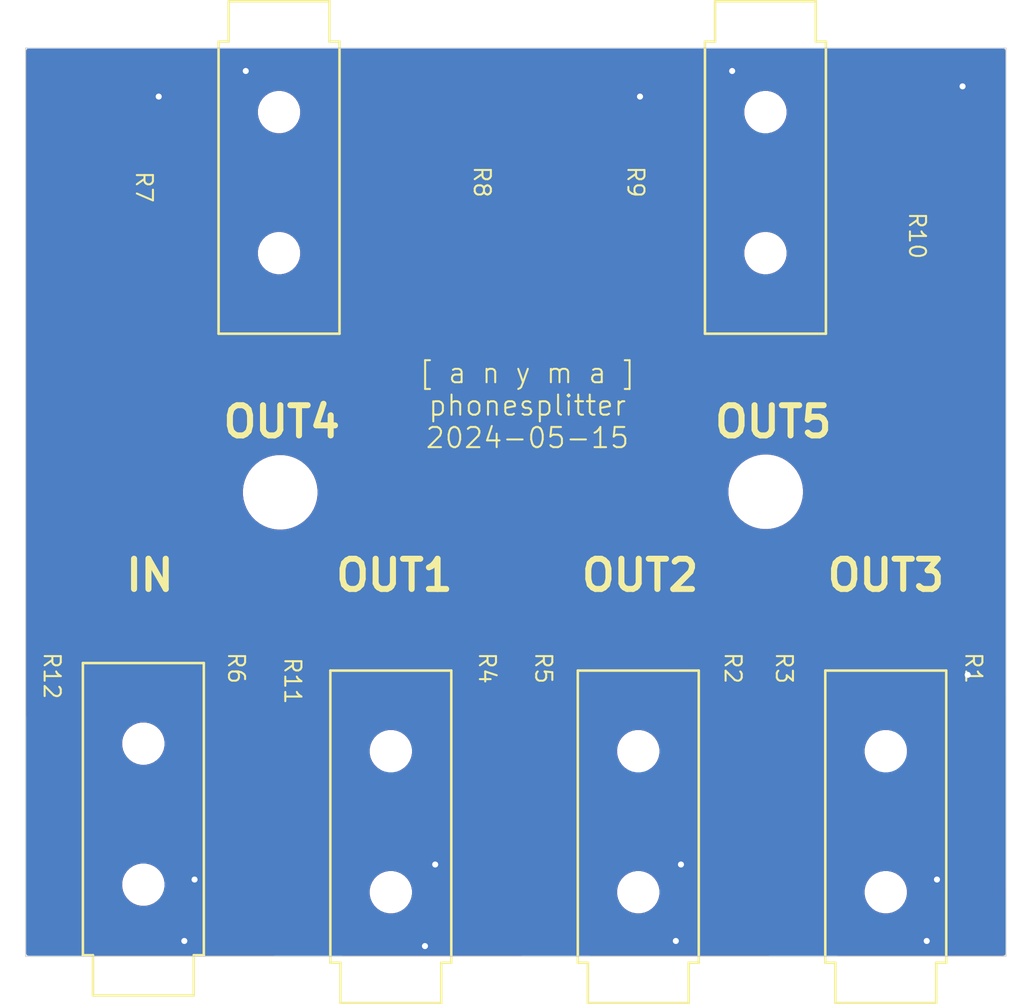
<source format=kicad_pcb>
(kicad_pcb (version 20240108) (generator "pcbnew") (generator_version "8.0")
  (layers (0 "F.Cu" signal) (31 "B.Cu" signal) (34 "B.Paste" user) (35 "F.Paste" user) (36 "B.SilkS" user "B.Silkscreen") (37 "F.SilkS" user "F.Silkscreen") (38 "B.Mask" user) (39 "F.Mask" user) (44 "Edge.Cuts" user))
  (net 0 "")
  (net 1 "N$1")
  (net 2 "GND")
  (net 3 "N$2")
  (net 4 "N$3")
  (net 5 "N$4")
  (net 6 "N$5")
  (net 7 "N$6")
  (net 8 "N$7")
  (net 9 "N$8")
  (net 10 "N$9")
  (net 11 "N$10")
  (net 12 "N$11")
  (net 13 "N$12")
  (net 14 "N$13")
  (net 15 "N$14")
  (footprint "5port-headphone-belkin-clone-schnittplatz17:502-35RASMT4BHNTRX" (layer "F.Cu") (at 106.6011 63.5636 -90)
    (property "Reference" "U$4" (hide yes))
    (property "Value" "MINIJACK-SMD" (hide yes))
    (fp_line (start 0 0) (end 14.5 0) (stroke (width 0.127)) (layer "F.SilkS"))
    (fp_line (start 14.5 0) (end 14.5 -6) (stroke (width 0.127)) (layer "F.SilkS"))
    (fp_line (start -2 -0.5) (end 0 -0.5) (stroke (width 0.127)) (layer "F.SilkS"))
    (fp_line (start 0 -0.5) (end 0 0) (stroke (width 0.127)) (layer "F.SilkS"))
    (fp_line (start -2 -5.5) (end -2 -0.5) (stroke (width 0.127)) (layer "F.SilkS"))
    (fp_line (start 0 -5.5) (end -2 -5.5) (stroke (width 0.127)) (layer "F.SilkS"))
    (fp_line (start 0 -6) (end 0 -5.5) (stroke (width 0.127)) (layer "F.SilkS"))
    (fp_line (start 14.5 -6) (end 0 -6) (stroke (width 0.127)) (layer "F.SilkS"))
    (pad "" np_thru_hole circle (at 3.5 -3 270) (size 1.6 1.6) (drill 1.6) (layers "*.Cu" "*.Mask"))
    (pad "" np_thru_hole circle (at 10.5 -3 270) (size 1.6 1.6) (drill 1.6) (layers "*.Cu" "*.Mask"))
    (pad "P1" smd rect (at 2.4 1.1 270) (size 2.2 2.2) (layers "F.Cu" "F.Paste" "F.Mask") (net 2 "GND"))
    (pad "P2" smd rect (at 4.3 -7.1 270) (size 2.2 2.2) (layers "F.Cu" "F.Paste" "F.Mask") (net 9 "N$8"))
    (pad "P3" smd rect (at 11.7 1.1 270) (size 2.7 2.2) (layers "F.Cu" "F.Paste" "F.Mask") (net 8 "N$7"))
    (pad "P4" smd rect (at 1.6 -7.1 270) (size 2.2 2.2) (layers "F.Cu" "F.Paste" "F.Mask"))
    (pad "P5" smd rect (at 15.85 -3.75 270) (size 2.7 2.7) (layers "F.Cu" "F.Paste" "F.Mask"))
  )
  (footprint "5port-headphone-belkin-clone-schnittplatz17:502-35RASMT4BHNTRX" (layer "F.Cu") (at 130.7311 63.5636 -90)
    (property "Reference" "U$5" (hide yes))
    (property "Value" "MINIJACK-SMD" (hide yes))
    (fp_line (start 0 0) (end 14.5 0) (stroke (width 0.127)) (layer "F.SilkS"))
    (fp_line (start 14.5 0) (end 14.5 -6) (stroke (width 0.127)) (layer "F.SilkS"))
    (fp_line (start -2 -0.5) (end 0 -0.5) (stroke (width 0.127)) (layer "F.SilkS"))
    (fp_line (start 0 -0.5) (end 0 0) (stroke (width 0.127)) (layer "F.SilkS"))
    (fp_line (start -2 -5.5) (end -2 -0.5) (stroke (width 0.127)) (layer "F.SilkS"))
    (fp_line (start 0 -5.5) (end -2 -5.5) (stroke (width 0.127)) (layer "F.SilkS"))
    (fp_line (start 0 -6) (end 0 -5.5) (stroke (width 0.127)) (layer "F.SilkS"))
    (fp_line (start 14.5 -6) (end 0 -6) (stroke (width 0.127)) (layer "F.SilkS"))
    (pad "" np_thru_hole circle (at 3.5 -3 270) (size 1.6 1.6) (drill 1.6) (layers "*.Cu" "*.Mask"))
    (pad "" np_thru_hole circle (at 10.5 -3 270) (size 1.6 1.6) (drill 1.6) (layers "*.Cu" "*.Mask"))
    (pad "P1" smd rect (at 2.4 1.1 270) (size 2.2 2.2) (layers "F.Cu" "F.Paste" "F.Mask") (net 2 "GND"))
    (pad "P2" smd rect (at 4.3 -7.1 270) (size 2.2 2.2) (layers "F.Cu" "F.Paste" "F.Mask") (net 11 "N$10"))
    (pad "P3" smd rect (at 11.7 1.1 270) (size 2.7 2.2) (layers "F.Cu" "F.Paste" "F.Mask") (net 10 "N$9"))
    (pad "P4" smd rect (at 1.6 -7.1 270) (size 2.2 2.2) (layers "F.Cu" "F.Paste" "F.Mask"))
    (pad "P5" smd rect (at 15.85 -3.75 270) (size 2.7 2.7) (layers "F.Cu" "F.Paste" "F.Mask"))
  )
  (footprint "5port-headphone-belkin-clone-schnittplatz17:502-35RASMT4BHNTRX" (layer "F.Cu") (at 105.87 108.91 90)
    (property "Reference" "IN0" (hide yes))
    (property "Value" "MINIJACK-SMD" (hide yes))
    (fp_line (start 14.5 -6) (end 0 -6) (stroke (width 0.127)) (layer "F.SilkS"))
    (fp_line (start 0 -6) (end 0 -5.5) (stroke (width 0.127)) (layer "F.SilkS"))
    (fp_line (start 0 -5.5) (end -2 -5.5) (stroke (width 0.127)) (layer "F.SilkS"))
    (fp_line (start -2 -5.5) (end -2 -0.5) (stroke (width 0.127)) (layer "F.SilkS"))
    (fp_line (start 0 -0.5) (end 0 0) (stroke (width 0.127)) (layer "F.SilkS"))
    (fp_line (start -2 -0.5) (end 0 -0.5) (stroke (width 0.127)) (layer "F.SilkS"))
    (fp_line (start 14.5 0) (end 14.5 -6) (stroke (width 0.127)) (layer "F.SilkS"))
    (fp_line (start 0 0) (end 14.5 0) (stroke (width 0.127)) (layer "F.SilkS"))
    (pad "" np_thru_hole circle (at 3.5 -3 90) (size 1.6 1.6) (drill 1.6) (layers "*.Cu" "*.Mask"))
    (pad "" np_thru_hole circle (at 10.5 -3 90) (size 1.6 1.6) (drill 1.6) (layers "*.Cu" "*.Mask"))
    (pad "P1" smd rect (at 2.4 1.1 90) (size 2.2 2.2) (layers "F.Cu" "F.Paste" "F.Mask") (net 2 "GND"))
    (pad "P2" smd rect (at 4.3 -7.1 90) (size 2.2 2.2) (layers "F.Cu" "F.Paste" "F.Mask") (net 13 "N$12"))
    (pad "P3" smd rect (at 11.7 1.1 90) (size 2.7 2.2) (layers "F.Cu" "F.Paste" "F.Mask") (net 12 "N$11"))
    (pad "P4" smd rect (at 1.6 -7.1 90) (size 2.2 2.2) (layers "F.Cu" "F.Paste" "F.Mask"))
    (pad "P5" smd rect (at 15.85 -3.75 90) (size 2.7 2.7) (layers "F.Cu" "F.Paste" "F.Mask"))
  )
  (footprint "5port-headphone-belkin-clone-schnittplatz17:R1206" (layer "F.Cu") (at 122.682 100.686 -90)
    (property "Reference" "R5" (at -5.182 -0.508 -90) (layer "F.SilkS") (effects (font (size 0.8 0.8) (thickness 0.1016)) (justify right top)))
    (property "Value" "16")
    (pad "1" smd rect (at -1.422 0 270) (size 1.6 1.803) (layers "F.Cu" "F.Paste" "F.Mask") (net 6 "N$5"))
    (pad "2" smd rect (at 1.422 0 270) (size 1.6 1.803) (layers "F.Cu" "F.Paste" "F.Mask") (net 14 "N$13"))
  )
  (footprint "5port-headphone-belkin-clone-schnittplatz17:502-35RASMT4BHNTRX" (layer "F.Cu") (at 142.7 109.2836 90)
    (property "Reference" "U$1" (hide yes))
    (property "Value" "MINIJACK-SMD" (hide yes))
    (fp_line (start 14.5 -6) (end 0 -6) (stroke (width 0.127)) (layer "F.SilkS"))
    (fp_line (start 0 -6) (end 0 -5.5) (stroke (width 0.127)) (layer "F.SilkS"))
    (fp_line (start 0 -5.5) (end -2 -5.5) (stroke (width 0.127)) (layer "F.SilkS"))
    (fp_line (start -2 -5.5) (end -2 -0.5) (stroke (width 0.127)) (layer "F.SilkS"))
    (fp_line (start 0 -0.5) (end 0 0) (stroke (width 0.127)) (layer "F.SilkS"))
    (fp_line (start -2 -0.5) (end 0 -0.5) (stroke (width 0.127)) (layer "F.SilkS"))
    (fp_line (start 14.5 0) (end 14.5 -6) (stroke (width 0.127)) (layer "F.SilkS"))
    (fp_line (start 0 0) (end 14.5 0) (stroke (width 0.127)) (layer "F.SilkS"))
    (pad "" np_thru_hole circle (at 3.5 -3 90) (size 1.6 1.6) (drill 1.6) (layers "*.Cu" "*.Mask"))
    (pad "" np_thru_hole circle (at 10.5 -3 90) (size 1.6 1.6) (drill 1.6) (layers "*.Cu" "*.Mask"))
    (pad "P1" smd rect (at 2.4 1.1 90) (size 2.2 2.2) (layers "F.Cu" "F.Paste" "F.Mask") (net 2 "GND"))
    (pad "P2" smd rect (at 4.3 -7.1 90) (size 2.2 2.2) (layers "F.Cu" "F.Paste" "F.Mask") (net 3 "N$2"))
    (pad "P3" smd rect (at 11.7 1.1 90) (size 2.7 2.2) (layers "F.Cu" "F.Paste" "F.Mask") (net 1 "N$1"))
    (pad "P4" smd rect (at 1.6 -7.1 90) (size 2.2 2.2) (layers "F.Cu" "F.Paste" "F.Mask"))
    (pad "P5" smd rect (at 15.85 -3.75 90) (size 2.7 2.7) (layers "F.Cu" "F.Paste" "F.Mask"))
  )
  (footprint "5port-headphone-belkin-clone-schnittplatz17:R1206" (layer "F.Cu") (at 119.888 102.21 90)
    (property "Reference" "R4" (at 6.706 0.508 -90) (layer "F.SilkS") (effects (font (size 0.8 0.8) (thickness 0.1016)) (justify right top)))
    (property "Value" "16")
    (pad "1" smd rect (at -1.422 0 90) (size 1.6 1.803) (layers "F.Cu" "F.Paste" "F.Mask") (net 5 "N$4"))
    (pad "2" smd rect (at 1.422 0 90) (size 1.6 1.803) (layers "F.Cu" "F.Paste" "F.Mask") (net 15 "N$14"))
  )
  (footprint "5port-headphone-belkin-clone-schnittplatz17:R1206" (layer "F.Cu") (at 138.43 72.644 -90)
    (property "Reference" "R10" (at 1.778 -3.302 -90) (layer "F.SilkS") (effects (font (size 0.8 0.8) (thickness 0.1016)) (justify right top)))
    (property "Value" "16")
    (pad "1" smd rect (at -1.422 0 270) (size 1.6 1.803) (layers "F.Cu" "F.Paste" "F.Mask") (net 11 "N$10"))
    (pad "2" smd rect (at 1.422 0 270) (size 1.6 1.803) (layers "F.Cu" "F.Paste" "F.Mask") (net 15 "N$14"))
  )
  (footprint "5port-headphone-belkin-clone-schnittplatz17:R1206" (layer "F.Cu") (at 98.298 99.822 90)
    (property "Reference" "R12" (at 3.556 0.508 -90) (layer "F.SilkS") (effects (font (size 0.8 0.8) (thickness 0.1016)) (justify right top)))
    (property "Value" "16")
    (pad "1" smd rect (at -1.422 0 90) (size 1.6 1.803) (layers "F.Cu" "F.Paste" "F.Mask") (net 13 "N$12"))
    (pad "2" smd rect (at 1.422 0 90) (size 1.6 1.803) (layers "F.Cu" "F.Paste" "F.Mask") (net 15 "N$14"))
  )
  (footprint "5port-headphone-belkin-clone-schnittplatz17:R1206" (layer "F.Cu") (at 134.874 100.686 -90)
    (property "Reference" "R3" (at -5.182 -0.254 -90) (layer "F.SilkS") (effects (font (size 0.8 0.8) (thickness 0.1016)) (justify right top)))
    (property "Value" "16")
    (pad "1" smd rect (at -1.422 0 270) (size 1.6 1.803) (layers "F.Cu" "F.Paste" "F.Mask") (net 4 "N$3"))
    (pad "2" smd rect (at 1.422 0 270) (size 1.6 1.803) (layers "F.Cu" "F.Paste" "F.Mask") (net 14 "N$13"))
  )
  (footprint "" (layer "F.Cu") (at 109.659721 85.936304)
    (property "Reference" "@HOLE0" (hide yes))
    (property "Value" "")
    (pad "" np_thru_hole circle (at 0 0) (size 3.2 3.2) (drill 3.2) (layers "*.Cu" "*.Mask"))
  )
  (footprint "5port-headphone-belkin-clone-schnittplatz17:R1206" (layer "F.Cu") (at 144.272 102.21 -90)
    (property "Reference" "R1" (at -6.706 -0.254 -90) (layer "F.SilkS") (effects (font (size 0.8 0.8) (thickness 0.1016)) (justify right top)))
    (property "Value" "16")
    (pad "1" smd rect (at -1.422 0 270) (size 1.6 1.803) (layers "F.Cu" "F.Paste" "F.Mask") (net 1 "N$1"))
    (pad "2" smd rect (at 1.422 0 270) (size 1.6 1.803) (layers "F.Cu" "F.Paste" "F.Mask") (net 14 "N$13"))
  )
  (footprint "5port-headphone-belkin-clone-schnittplatz17:R1206" (layer "F.Cu") (at 129.032 70.46 90)
    (property "Reference" "R9" (at -0.914 -1.27 -90) (layer "F.SilkS") (effects (font (size 0.8 0.8) (thickness 0.1016)) (justify right top)))
    (property "Value" "16")
    (pad "1" smd rect (at -1.422 0 90) (size 1.6 1.803) (layers "F.Cu" "F.Paste" "F.Mask") (net 10 "N$9"))
    (pad "2" smd rect (at 1.422 0 90) (size 1.6 1.803) (layers "F.Cu" "F.Paste" "F.Mask") (net 14 "N$13"))
  )
  (footprint "5port-headphone-belkin-clone-schnittplatz17:502-35RASMT4BHNTRX" (layer "F.Cu") (at 130.423332 109.2836 90)
    (property "Reference" "U$2" (hide yes))
    (property "Value" "MINIJACK-SMD" (hide yes))
    (fp_line (start 14.5 -6) (end 0 -6) (stroke (width 0.127)) (layer "F.SilkS"))
    (fp_line (start 0 -6) (end 0 -5.5) (stroke (width 0.127)) (layer "F.SilkS"))
    (fp_line (start 0 -5.5) (end -2 -5.5) (stroke (width 0.127)) (layer "F.SilkS"))
    (fp_line (start -2 -5.5) (end -2 -0.5) (stroke (width 0.127)) (layer "F.SilkS"))
    (fp_line (start 0 -0.5) (end 0 0) (stroke (width 0.127)) (layer "F.SilkS"))
    (fp_line (start -2 -0.5) (end 0 -0.5) (stroke (width 0.127)) (layer "F.SilkS"))
    (fp_line (start 14.5 0) (end 14.5 -6) (stroke (width 0.127)) (layer "F.SilkS"))
    (fp_line (start 0 0) (end 14.5 0) (stroke (width 0.127)) (layer "F.SilkS"))
    (pad "" np_thru_hole circle (at 3.5 -3 90) (size 1.6 1.6) (drill 1.6) (layers "*.Cu" "*.Mask"))
    (pad "" np_thru_hole circle (at 10.5 -3 90) (size 1.6 1.6) (drill 1.6) (layers "*.Cu" "*.Mask"))
    (pad "P1" smd rect (at 2.4 1.1 90) (size 2.2 2.2) (layers "F.Cu" "F.Paste" "F.Mask") (net 2 "GND"))
    (pad "P2" smd rect (at 4.3 -7.1 90) (size 2.2 2.2) (layers "F.Cu" "F.Paste" "F.Mask") (net 5 "N$4"))
    (pad "P3" smd rect (at 11.7 1.1 90) (size 2.7 2.2) (layers "F.Cu" "F.Paste" "F.Mask") (net 4 "N$3"))
    (pad "P4" smd rect (at 1.6 -7.1 90) (size 2.2 2.2) (layers "F.Cu" "F.Paste" "F.Mask"))
    (pad "P5" smd rect (at 15.85 -3.75 90) (size 2.7 2.7) (layers "F.Cu" "F.Paste" "F.Mask"))
  )
  (footprint "5port-headphone-belkin-clone-schnittplatz17:502-35RASMT4BHNTRX" (layer "F.Cu") (at 118.146666 109.2836 90)
    (property "Reference" "U$3" (hide yes))
    (property "Value" "MINIJACK-SMD" (hide yes))
    (fp_line (start 14.5 -6) (end 0 -6) (stroke (width 0.127)) (layer "F.SilkS"))
    (fp_line (start 0 -6) (end 0 -5.5) (stroke (width 0.127)) (layer "F.SilkS"))
    (fp_line (start 0 -5.5) (end -2 -5.5) (stroke (width 0.127)) (layer "F.SilkS"))
    (fp_line (start -2 -5.5) (end -2 -0.5) (stroke (width 0.127)) (layer "F.SilkS"))
    (fp_line (start 0 -0.5) (end 0 0) (stroke (width 0.127)) (layer "F.SilkS"))
    (fp_line (start -2 -0.5) (end 0 -0.5) (stroke (width 0.127)) (layer "F.SilkS"))
    (fp_line (start 14.5 0) (end 14.5 -6) (stroke (width 0.127)) (layer "F.SilkS"))
    (fp_line (start 0 0) (end 14.5 0) (stroke (width 0.127)) (layer "F.SilkS"))
    (pad "" np_thru_hole circle (at 3.5 -3 90) (size 1.6 1.6) (drill 1.6) (layers "*.Cu" "*.Mask"))
    (pad "" np_thru_hole circle (at 10.5 -3 90) (size 1.6 1.6) (drill 1.6) (layers "*.Cu" "*.Mask"))
    (pad "P1" smd rect (at 2.4 1.1 90) (size 2.2 2.2) (layers "F.Cu" "F.Paste" "F.Mask") (net 2 "GND"))
    (pad "P2" smd rect (at 4.3 -7.1 90) (size 2.2 2.2) (layers "F.Cu" "F.Paste" "F.Mask") (net 7 "N$6"))
    (pad "P3" smd rect (at 11.7 1.1 90) (size 2.7 2.2) (layers "F.Cu" "F.Paste" "F.Mask") (net 6 "N$5"))
    (pad "P4" smd rect (at 1.6 -7.1 90) (size 2.2 2.2) (layers "F.Cu" "F.Paste" "F.Mask"))
    (pad "P5" smd rect (at 15.85 -3.75 90) (size 2.7 2.7) (layers "F.Cu" "F.Paste" "F.Mask"))
  )
  (footprint "5port-headphone-belkin-clone-schnittplatz17:R1206" (layer "F.Cu") (at 110.49 100.686 -90)
    (property "Reference" "R11" (at -4.166 -0.254 -90) (layer "F.SilkS") (effects (font (size 0.8 0.8) (thickness 0.1016)) (justify right top)))
    (property "Value" "16")
    (pad "1" smd rect (at -1.422 0 270) (size 1.6 1.803) (layers "F.Cu" "F.Paste" "F.Mask") (net 12 "N$11"))
    (pad "2" smd rect (at 1.422 0 270) (size 1.6 1.803) (layers "F.Cu" "F.Paste" "F.Mask") (net 14 "N$13"))
  )
  (footprint "5port-headphone-belkin-clone-schnittplatz17:R1206" (layer "F.Cu") (at 116.84 69.952 -90)
    (property "Reference" "R8" (at 1.422 -3.302 -90) (layer "F.SilkS") (effects (font (size 0.8 0.8) (thickness 0.1016)) (justify right top)))
    (property "Value" "16")
    (pad "1" smd rect (at -1.422 0 270) (size 1.6 1.803) (layers "F.Cu" "F.Paste" "F.Mask") (net 9 "N$8"))
    (pad "2" smd rect (at 1.422 0 270) (size 1.6 1.803) (layers "F.Cu" "F.Paste" "F.Mask") (net 15 "N$14"))
  )
  (footprint "5port-headphone-belkin-clone-schnittplatz17:R1206" (layer "F.Cu") (at 107.442 101.956 90)
    (property "Reference" "R6" (at 6.452 0.508 -90) (layer "F.SilkS") (effects (font (size 0.8 0.8) (thickness 0.1016)) (justify right top)))
    (property "Value" "16")
    (pad "1" smd rect (at -1.422 0 90) (size 1.6 1.803) (layers "F.Cu" "F.Paste" "F.Mask") (net 7 "N$6"))
    (pad "2" smd rect (at 1.422 0 90) (size 1.6 1.803) (layers "F.Cu" "F.Paste" "F.Mask") (net 15 "N$14"))
  )
  (footprint "5port-headphone-belkin-clone-schnittplatz17:R1206" (layer "F.Cu") (at 104.902 70.206 90)
    (property "Reference" "R7" (at -1.422 -1.524 -90) (layer "F.SilkS") (effects (font (size 0.8 0.8) (thickness 0.1016)) (justify right top)))
    (property "Value" "16")
    (pad "1" smd rect (at -1.422 0 90) (size 1.6 1.803) (layers "F.Cu" "F.Paste" "F.Mask") (net 8 "N$7"))
    (pad "2" smd rect (at 1.422 0 90) (size 1.6 1.803) (layers "F.Cu" "F.Paste" "F.Mask") (net 14 "N$13"))
  )
  (footprint "5port-headphone-belkin-clone-schnittplatz17:R1206" (layer "F.Cu") (at 132.08 102.26 90)
    (property "Reference" "R2" (at 6.756 0.508 -90) (layer "F.SilkS") (effects (font (size 0.8 0.8) (thickness 0.1016)) (justify right top)))
    (property "Value" "16")
    (pad "1" smd rect (at -1.422 0 90) (size 1.6 1.803) (layers "F.Cu" "F.Paste" "F.Mask") (net 3 "N$2"))
    (pad "2" smd rect (at 1.422 0 90) (size 1.6 1.803) (layers "F.Cu" "F.Paste" "F.Mask") (net 15 "N$14"))
  )
  (footprint "" (layer "F.Cu") (at 133.742481 85.90871)
    (property "Reference" "@HOLE1" (hide yes))
    (property "Value" "")
    (pad "" np_thru_hole circle (at 0 0) (size 3.2 3.2) (drill 3.2) (layers "*.Cu" "*.Mask"))
  )
  (gr_circle (center 133.742543 85.888463) (end 134.539618 85.888463) (stroke (width 0.4064)) (fill none) (layer "F.Cu"))
  (gr_circle (center 109.654143 85.946272) (end 110.435627 85.946272) (stroke (width 0.4064)) (fill none) (layer "F.Cu"))
  (gr_rect (start 97.028 63.881) (end 145.669 108.966) (stroke (width 0.05)) (fill none) (layer "Edge.Cuts"))
  (gr_text "OUT5" (at 131.064 83.312 0) (layer "F.SilkS") (effects (font (size 1.5 1.5) (thickness 0.3) (bold yes)) (justify left bottom)))
  (gr_text "IN" (at 101.854 90.932 0) (layer "F.SilkS") (effects (font (size 1.5 1.5) (thickness 0.3) (bold yes)) (justify left bottom)))
  (gr_text "OUT3" (at 136.652 90.932 0) (layer "F.SilkS") (effects (font (size 1.5 1.5) (thickness 0.3) (bold yes)) (justify left bottom)))
  (gr_text "[ a n y m a ]\nphonesplitter\n2024-05-15" (at 121.92 83.82 0) (layer "F.SilkS") (effects (font (size 1 1) (thickness 0.1)) (justify bottom)))
  (gr_text "OUT4" (at 106.68 83.312 0) (layer "F.SilkS") (effects (font (size 1.5 1.5) (thickness 0.3) (bold yes)) (justify left bottom)))
  (gr_text "OUT1" (at 112.268 90.932 0) (layer "F.SilkS") (effects (font (size 1.5 1.5) (thickness 0.3) (bold yes)) (justify left bottom)))
  (gr_text "OUT2" (at 124.46 90.932 0) (layer "F.SilkS") (effects (font (size 1.5 1.5) (thickness 0.3) (bold yes)) (justify left bottom)))
  (segment (start 144.272 100.788) (end 144.272 98.0556) (width 0.65) (layer "F.Cu") (net 1))
  (segment (start 144.272 98.0556) (end 143.8 97.5836) (width 0.65) (layer "F.Cu") (net 1))
  (segment (start 127.8384 65.9636) (end 127.508 66.294) (width 0.65) (layer "F.Cu") (net 2))
  (segment (start 131.523332 106.391932) (end 129.54 104.4086) (width 0.65) (layer "F.Cu") (net 2))
  (segment (start 129.6311 65.9636) (end 127.8384 65.9636) (width 0.65) (layer "F.Cu") (net 2))
  (segment (start 105.616 105.156) (end 106.97 106.51) (width 0.65) (layer "F.Cu") (net 2))
  (segment (start 105.5011 65.9636) (end 103.9624 65.9636) (width 0.65) (layer "F.Cu") (net 2))
  (segment (start 103.9624 65.9636) (end 103.632 66.294) (width 0.65) (layer "F.Cu") (net 2))
  (segment (start 143.8 106.8836) (end 143.8 106.716) (width 0.65) (layer "F.Cu") (net 2))
  (segment (start 143.8 106.716) (end 142.24 105.156) (width 0.65) (layer "F.Cu") (net 2))
  (segment (start 119.246666 106.307266) (end 117.348 104.4086) (width 0.65) (layer "F.Cu") (net 2))
  (segment (start 105.41 105.156) (end 105.616 105.156) (width 0.65) (layer "F.Cu") (net 2))
  (segment (start 131.523332 106.8836) (end 131.523332 106.391932) (width 0.65) (layer "F.Cu") (net 2))
  (segment (start 119.246666 106.8836) (end 119.246666 106.307266) (width 0.65) (layer "F.Cu") (net 2))
  (via (at 143.764 94.996) (size 0.6) (drill 0.3) (layers "F.Cu" "B.Cu") (net 2))
  (via (at 142.24 105.156) (size 0.6) (drill 0.3) (layers "F.Cu" "B.Cu") (net 2))
  (via (at 107.95 65.024) (size 0.6) (drill 0.3) (layers "F.Cu" "B.Cu") (net 2))
  (via (at 116.84 108.458) (size 0.6) (drill 0.3) (layers "F.Cu" "B.Cu") (net 2))
  (via (at 129.54 104.4086) (size 0.6) (drill 0.3) (layers "F.Cu" "B.Cu") (net 2))
  (via (at 117.348 104.4086) (size 0.6) (drill 0.3) (layers "F.Cu" "B.Cu") (net 2))
  (via (at 103.632 66.294) (size 0.6) (drill 0.3) (layers "F.Cu" "B.Cu") (net 2))
  (via (at 143.51 65.786) (size 0.6) (drill 0.3) (layers "F.Cu" "B.Cu") (net 2))
  (via (at 127.508 66.294) (size 0.6) (drill 0.3) (layers "F.Cu" "B.Cu") (net 2))
  (via (at 132.08 65.024) (size 0.6) (drill 0.3) (layers "F.Cu" "B.Cu") (net 2))
  (via (at 141.732 108.204) (size 0.6) (drill 0.3) (layers "F.Cu" "B.Cu") (net 2))
  (via (at 105.41 105.156) (size 0.6) (drill 0.3) (layers "F.Cu" "B.Cu") (net 2))
  (via (at 129.286 108.204) (size 0.6) (drill 0.3) (layers "F.Cu" "B.Cu") (net 2))
  (via (at 104.902 108.204) (size 0.6) (drill 0.3) (layers "F.Cu" "B.Cu") (net 2))
  (segment (start 103.632 97.028) (end 106.68 100.076) (width 0.65) (layer "B.Cu") (net 2))
  (segment (start 141.4926 104.4086) (end 129.54 104.4086) (width 0.65) (layer "B.Cu") (net 2))
  (segment (start 106.1574 104.4086) (end 105.41 105.156) (width 0.65) (layer "B.Cu") (net 2))
  (segment (start 117.348 104.4086) (end 106.68 104.4086) (width 0.65) (layer "B.Cu") (net 2))
  (segment (start 129.54 104.4086) (end 129.032 104.4086) (width 0.65) (layer "B.Cu") (net 2))
  (segment (start 106.68 100.076) (end 106.68 104.4086) (width 0.65) (layer "B.Cu") (net 2))
  (segment (start 129.032 67.818) (end 129.032 104.4086) (width 0.65) (layer "B.Cu") (net 2))
  (segment (start 103.632 66.294) (end 103.632 97.028) (width 0.65) (layer "B.Cu") (net 2))
  (segment (start 142.24 105.156) (end 141.4926 104.4086) (width 0.65) (layer "B.Cu") (net 2))
  (segment (start 106.68 104.4086) (end 106.1574 104.4086) (width 0.65) (layer "B.Cu") (net 2))
  (segment (start 129.032 104.4086) (end 117.348 104.4086) (width 0.65) (layer "B.Cu") (net 2))
  (segment (start 127.508 66.294) (end 129.032 67.818) (width 0.65) (layer "B.Cu") (net 2))
  (segment (start 132.08 103.682) (end 132.384 103.682) (width 0.65) (layer "F.Cu") (net 3))
  (segment (start 133.6856 104.9836) (end 135.6 104.9836) (width 0.65) (layer "F.Cu") (net 3))
  (segment (start 132.384 103.682) (end 133.6856 104.9836) (width 0.65) (layer "F.Cu") (net 3))
  (segment (start 133.1936 97.5836) (end 134.874 99.264) (width 0.65) (layer "F.Cu") (net 4))
  (segment (start 131.523332 97.5836) (end 133.1936 97.5836) (width 0.65) (layer "F.Cu") (net 4))
  (segment (start 119.888 103.632) (end 121.2396 104.9836) (width 0.65) (layer "F.Cu") (net 5))
  (segment (start 121.2396 104.9836) (end 123.323332 104.9836) (width 0.65) (layer "F.Cu") (net 5))
  (segment (start 119.246666 97.5836) (end 121.0016 97.5836) (width 0.65) (layer "F.Cu") (net 6))
  (segment (start 121.0016 97.5836) (end 122.682 99.264) (width 0.65) (layer "F.Cu") (net 6))
  (segment (start 109.0476 104.9836) (end 107.442 103.378) (width 0.65) (layer "F.Cu") (net 7))
  (segment (start 111.046666 104.9836) (end 109.0476 104.9836) (width 0.65) (layer "F.Cu") (net 7))
  (segment (start 104.902 71.628) (end 104.902 74.6645) (width 0.65) (layer "F.Cu") (net 8))
  (segment (start 104.902 74.6645) (end 105.5011 75.2636) (width 0.65) (layer "F.Cu") (net 8))
  (segment (start 116.1736 67.8636) (end 116.84 68.53) (width 0.65) (layer "F.Cu") (net 9))
  (segment (start 113.7011 67.8636) (end 116.1736 67.8636) (width 0.65) (layer "F.Cu") (net 9))
  (segment (start 129.032 74.6645) (end 129.6311 75.2636) (width 0.65) (layer "F.Cu") (net 10))
  (segment (start 129.032 71.882) (end 129.032 74.6645) (width 0.65) (layer "F.Cu") (net 10))
  (segment (start 137.8311 67.8636) (end 137.8311 70.6231) (width 0.65) (layer "F.Cu") (net 11))
  (segment (start 137.8311 70.6231) (end 138.43 71.222) (width 0.65) (layer "F.Cu") (net 11))
  (segment (start 108.436 97.21) (end 110.49 99.264) (width 0.65) (layer "F.Cu") (net 12))
  (segment (start 106.97 97.21) (end 108.436 97.21) (width 0.65) (layer "F.Cu") (net 12))
  (segment (start 98.298 101.244) (end 98.298 104.138) (width 0.65) (layer "F.Cu") (net 13))
  (segment (start 98.298 104.138) (end 98.77 104.61) (width 0.65) (layer "F.Cu") (net 13))
  (segment (start 139.8597 72.7378) (end 142.1718 75.0499) (width 0.65) (layer "F.Cu") (net 14))
  (segment (start 106.1638 70.0458) (end 104.902 68.784) (width 0.65) (layer "F.Cu") (net 14))
  (segment (start 122.682 102.108) (end 122.7402 102.1662) (width 0.65) (layer "F.Cu") (net 14))
  (segment (start 110.6858 102.3038) (end 122.4862 102.3038) (width 0.65) (layer "F.Cu") (net 14))
  (segment (start 137.1879 72.7378) (end 139.8597 72.7378) (width 0.65) (layer "F.Cu") (net 14))
  (segment (start 122.4862 102.3038) (end 122.682 102.108) (width 0.65) (layer "F.Cu") (net 14))
  (segment (start 133.4881 69.038) (end 137.1879 72.7378) (width 0.65) (layer "F.Cu") (net 14))
  (segment (start 110.49 102.108) (end 110.6858 102.3038) (width 0.65) (layer "F.Cu") (net 14))
  (segment (start 119.0899 69.038) (end 118.0821 70.0458) (width 0.65) (layer "F.Cu") (net 14))
  (segment (start 129.032 69.038) (end 119.0899 69.038) (width 0.65) (layer "F.Cu") (net 14))
  (segment (start 129.032 69.038) (end 133.4881 69.038) (width 0.65) (layer "F.Cu") (net 14))
  (segment (start 134.874 102.108) (end 142.748 102.108) (width 0.65) (layer "F.Cu") (net 14))
  (segment (start 142.1718 75.0499) (end 142.1718 101.5318) (width 0.65) (layer "F.Cu") (net 14))
  (segment (start 142.748 102.108) (end 144.272 103.632) (width 0.65) (layer "F.Cu") (net 14))
  (segment (start 118.0821 70.0458) (end 106.1638 70.0458) (width 0.65) (layer "F.Cu") (net 14))
  (segment (start 122.7402 102.1662) (end 134.8158 102.1662) (width 0.65) (layer "F.Cu") (net 14))
  (segment (start 142.1718 101.5318) (end 142.748 102.108) (width 0.65) (layer "F.Cu") (net 14))
  (segment (start 134.8158 102.1662) (end 134.874 102.108) (width 0.65) (layer "F.Cu") (net 14))
  (segment (start 133.3663 70.5538) (end 119.2117 70.5538) (width 0.65) (layer "F.Cu") (net 15))
  (segment (start 132.08 100.838) (end 132.1382 100.7798) (width 0.65) (layer "F.Cu") (net 15))
  (segment (start 132.0218 100.7798) (end 119.8962 100.7798) (width 0.65) (layer "F.Cu") (net 15))
  (segment (start 118.3915 71.374) (end 116.84 71.374) (width 0.65) (layer "F.Cu") (net 15))
  (segment (start 141.075 76.711) (end 138.43 74.066) (width 0.65) (layer "F.Cu") (net 15))
  (segment (start 119.8962 100.7798) (end 119.888 100.788) (width 0.65) (layer "F.Cu") (net 15))
  (segment (start 107.442 100.534) (end 100.432 100.534) (width 0.65) (layer "F.Cu") (net 15))
  (segment (start 132.1382 100.7798) (end 139.648344 100.7798) (width 0.65) (layer "F.Cu") (net 15))
  (segment (start 107.6878 100.7798) (end 107.442 100.534) (width 0.65) (layer "F.Cu") (net 15))
  (segment (start 141.075 99.353144) (end 141.075 76.711) (width 0.65) (layer "F.Cu") (net 15))
  (segment (start 100.432 100.534) (end 98.298 98.4) (width 0.65) (layer "F.Cu") (net 15))
  (segment (start 132.08 100.838) (end 132.0218 100.7798) (width 0.65) (layer "F.Cu") (net 15))
  (segment (start 136.8785 74.066) (end 133.3663 70.5538) (width 0.65) (layer "F.Cu") (net 15))
  (segment (start 138.43 74.066) (end 136.8785 74.066) (width 0.65) (layer "F.Cu") (net 15))
  (segment (start 119.8798 100.7798) (end 117.094 100.7798) (width 0.65) (layer "F.Cu") (net 15))
  (segment (start 119.888 100.788) (end 119.8798 100.7798) (width 0.65) (layer "F.Cu") (net 15))
  (segment (start 119.2117 70.5538) (end 118.3915 71.374) (width 0.65) (layer "F.Cu") (net 15))
  (segment (start 139.648344 100.7798) (end 141.075 99.353144) (width 0.65) (layer "F.Cu") (net 15))
  (segment (start 117.094 100.7798) (end 107.6878 100.7798) (width 0.65) (layer "F.Cu") (net 15))
  (zone (net 2) (net_name "GND") (layers "F&B.Cu") (connect_pads (clearance 0.5)) (min_thickness 0.25) (fill yes (thermal_gap 0.5) (thermal_bridge_width 0.5))
    (polygon (pts (xy 96.266 62.992) (xy 146.05 62.992) (xy 146.558 109.474) (xy 95.758 109.982)))
  )
)
</source>
